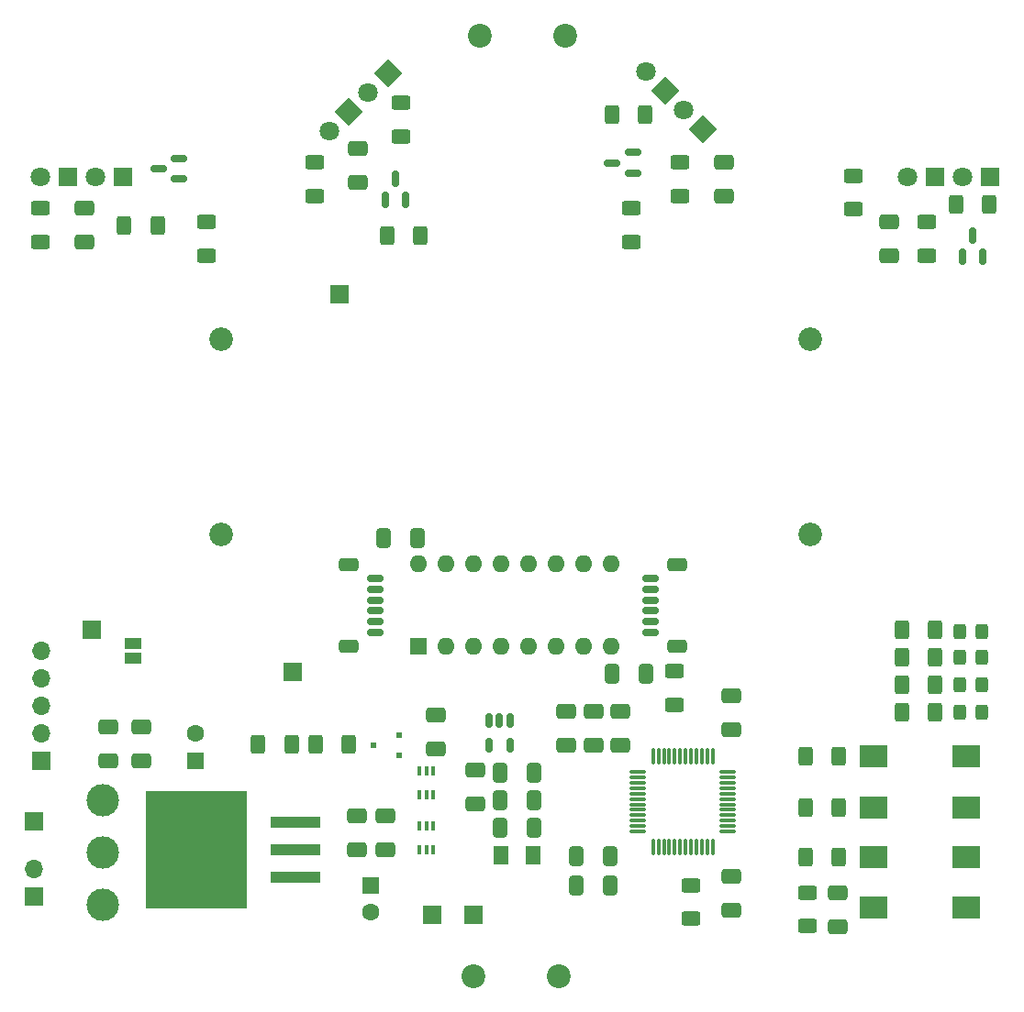
<source format=gts>
G04 #@! TF.GenerationSoftware,KiCad,Pcbnew,9.0.2-2.fc42*
G04 #@! TF.CreationDate,2025-07-20T15:46:28-07:00*
G04 #@! TF.ProjectId,rezq_rev3,72657a71-5f72-4657-9633-2e6b69636164,rev?*
G04 #@! TF.SameCoordinates,Original*
G04 #@! TF.FileFunction,Soldermask,Top*
G04 #@! TF.FilePolarity,Negative*
%FSLAX46Y46*%
G04 Gerber Fmt 4.6, Leading zero omitted, Abs format (unit mm)*
G04 Created by KiCad (PCBNEW 9.0.2-2.fc42) date 2025-07-20 15:46:28*
%MOMM*%
%LPD*%
G01*
G04 APERTURE LIST*
G04 Aperture macros list*
%AMRoundRect*
0 Rectangle with rounded corners*
0 $1 Rounding radius*
0 $2 $3 $4 $5 $6 $7 $8 $9 X,Y pos of 4 corners*
0 Add a 4 corners polygon primitive as box body*
4,1,4,$2,$3,$4,$5,$6,$7,$8,$9,$2,$3,0*
0 Add four circle primitives for the rounded corners*
1,1,$1+$1,$2,$3*
1,1,$1+$1,$4,$5*
1,1,$1+$1,$6,$7*
1,1,$1+$1,$8,$9*
0 Add four rect primitives between the rounded corners*
20,1,$1+$1,$2,$3,$4,$5,0*
20,1,$1+$1,$4,$5,$6,$7,0*
20,1,$1+$1,$6,$7,$8,$9,0*
20,1,$1+$1,$8,$9,$2,$3,0*%
%AMRotRect*
0 Rectangle, with rotation*
0 The origin of the aperture is its center*
0 $1 length*
0 $2 width*
0 $3 Rotation angle, in degrees counterclockwise*
0 Add horizontal line*
21,1,$1,$2,0,0,$3*%
G04 Aperture macros list end*
%ADD10RoundRect,0.250000X-0.650000X0.412500X-0.650000X-0.412500X0.650000X-0.412500X0.650000X0.412500X0*%
%ADD11RoundRect,0.250000X0.412500X0.650000X-0.412500X0.650000X-0.412500X-0.650000X0.412500X-0.650000X0*%
%ADD12RoundRect,0.150000X0.587500X0.150000X-0.587500X0.150000X-0.587500X-0.150000X0.587500X-0.150000X0*%
%ADD13R,1.700000X1.700000*%
%ADD14R,0.508000X0.508000*%
%ADD15RoundRect,0.250000X0.400000X0.625000X-0.400000X0.625000X-0.400000X-0.625000X0.400000X-0.625000X0*%
%ADD16RoundRect,0.150000X0.625000X-0.150000X0.625000X0.150000X-0.625000X0.150000X-0.625000X-0.150000X0*%
%ADD17RoundRect,0.250000X0.650000X-0.350000X0.650000X0.350000X-0.650000X0.350000X-0.650000X-0.350000X0*%
%ADD18C,2.200000*%
%ADD19C,2.184400*%
%ADD20R,2.500000X2.000000*%
%ADD21RoundRect,0.250000X-0.400000X-0.625000X0.400000X-0.625000X0.400000X0.625000X-0.400000X0.625000X0*%
%ADD22C,3.000000*%
%ADD23RoundRect,0.250000X0.325000X0.450000X-0.325000X0.450000X-0.325000X-0.450000X0.325000X-0.450000X0*%
%ADD24O,1.700000X1.700000*%
%ADD25RoundRect,0.250000X0.625000X-0.400000X0.625000X0.400000X-0.625000X0.400000X-0.625000X-0.400000X0*%
%ADD26R,1.500000X1.000000*%
%ADD27RoundRect,0.150000X0.150000X-0.587500X0.150000X0.587500X-0.150000X0.587500X-0.150000X-0.587500X0*%
%ADD28RotRect,1.800000X1.800000X135.000000*%
%ADD29C,1.800000*%
%ADD30RotRect,1.800000X1.800000X225.000000*%
%ADD31RoundRect,0.250000X-0.625000X0.400000X-0.625000X-0.400000X0.625000X-0.400000X0.625000X0.400000X0*%
%ADD32RoundRect,0.250000X0.650000X-0.412500X0.650000X0.412500X-0.650000X0.412500X-0.650000X-0.412500X0*%
%ADD33RoundRect,0.250000X-0.412500X-0.650000X0.412500X-0.650000X0.412500X0.650000X-0.412500X0.650000X0*%
%ADD34RoundRect,0.150000X-0.150000X0.512500X-0.150000X-0.512500X0.150000X-0.512500X0.150000X0.512500X0*%
%ADD35R,1.800000X1.800000*%
%ADD36R,1.600000X1.600000*%
%ADD37C,1.600000*%
%ADD38R,0.355600X0.850900*%
%ADD39O,1.600000X1.600000*%
%ADD40RoundRect,0.250001X-0.462499X-0.624999X0.462499X-0.624999X0.462499X0.624999X-0.462499X0.624999X0*%
%ADD41RoundRect,0.150000X-0.625000X0.150000X-0.625000X-0.150000X0.625000X-0.150000X0.625000X0.150000X0*%
%ADD42RoundRect,0.250000X-0.650000X0.350000X-0.650000X-0.350000X0.650000X-0.350000X0.650000X0.350000X0*%
%ADD43RoundRect,0.075000X-0.662500X-0.075000X0.662500X-0.075000X0.662500X0.075000X-0.662500X0.075000X0*%
%ADD44RoundRect,0.075000X-0.075000X-0.662500X0.075000X-0.662500X0.075000X0.662500X-0.075000X0.662500X0*%
%ADD45R,4.600000X1.100000*%
%ADD46C,1.524000*%
%ADD47R,9.400000X10.800000*%
G04 APERTURE END LIST*
D10*
X218750000Y-116937500D03*
X218750000Y-120062500D03*
X159750000Y-121187500D03*
X159750000Y-124312500D03*
D11*
X208312500Y-183750000D03*
X205187500Y-183750000D03*
D12*
X210375000Y-117950000D03*
X210375000Y-116050000D03*
X208500000Y-117000000D03*
D10*
X164998000Y-169131500D03*
X164998000Y-172256500D03*
D13*
X195700000Y-186420000D03*
D14*
X188793800Y-171717350D03*
X188793800Y-169817348D03*
X186406200Y-170767349D03*
D15*
X238296000Y-167767000D03*
X235196000Y-167767000D03*
D16*
X186652000Y-160371000D03*
X186652000Y-159371000D03*
X186652000Y-158371000D03*
X186652000Y-157371000D03*
X186652000Y-156371000D03*
X186652000Y-155371000D03*
D17*
X184127000Y-161671000D03*
X184127000Y-154071000D03*
D15*
X238296000Y-165227000D03*
X235196000Y-165227000D03*
D18*
X195635300Y-192100000D03*
D19*
X172387600Y-133299200D03*
X172387600Y-151299200D03*
D20*
X241135000Y-176530000D03*
X232575000Y-176530000D03*
D21*
X163450000Y-122750000D03*
X166550000Y-122750000D03*
D22*
X161438000Y-185554000D03*
X161438000Y-180728000D03*
X161438000Y-175902000D03*
D15*
X243300000Y-120847200D03*
X240200000Y-120847200D03*
D23*
X242597000Y-162687000D03*
X240547000Y-162687000D03*
D13*
X155088000Y-184750000D03*
D24*
X155088000Y-182210000D03*
D25*
X226500000Y-187504000D03*
X226500000Y-184404000D03*
D26*
X164300000Y-162730000D03*
X164300000Y-161430000D03*
D27*
X240800000Y-125625000D03*
X242700000Y-125625000D03*
X241750000Y-123750000D03*
D25*
X181000000Y-120050000D03*
X181000000Y-116950000D03*
D21*
X226288000Y-181102000D03*
X229388000Y-181102000D03*
D23*
X242587999Y-160274000D03*
X240538001Y-160274000D03*
D11*
X190538500Y-151638000D03*
X187413500Y-151638000D03*
D28*
X213360000Y-110363000D03*
D29*
X211563949Y-108566949D03*
D30*
X184183000Y-112290000D03*
D29*
X182386949Y-114086051D03*
D25*
X171000000Y-125550000D03*
X171000000Y-122450000D03*
D15*
X211550000Y-112500000D03*
X208450000Y-112500000D03*
D21*
X226288000Y-176530000D03*
X229388000Y-176530000D03*
D23*
X242588000Y-165227000D03*
X240538000Y-165227000D03*
D18*
X204120000Y-105290000D03*
D31*
X214250000Y-163950000D03*
X214250000Y-167050000D03*
D13*
X155140000Y-177850000D03*
D25*
X230750000Y-121300000D03*
X230750000Y-118200000D03*
D32*
X219500000Y-169312500D03*
X219500000Y-166187500D03*
D21*
X226288000Y-171831000D03*
X229388000Y-171831000D03*
D13*
X191860000Y-186420000D03*
D32*
X192239000Y-171114500D03*
X192239000Y-167989500D03*
D25*
X210250000Y-124300000D03*
X210250000Y-121200000D03*
D33*
X208439500Y-164171000D03*
X211564500Y-164171000D03*
D32*
X187549200Y-180410900D03*
X187549200Y-177285900D03*
D25*
X215750000Y-186800000D03*
X215750000Y-183700000D03*
D15*
X178919400Y-170694000D03*
X175819400Y-170694000D03*
D32*
X161998000Y-172256500D03*
X161998000Y-169131500D03*
D34*
X199034000Y-168527000D03*
X198084000Y-168527000D03*
X197134000Y-168527000D03*
X197134000Y-170802000D03*
X199034000Y-170802000D03*
D35*
X158233600Y-118307200D03*
D29*
X155693600Y-118307200D03*
D15*
X238296000Y-162687000D03*
X235196000Y-162687000D03*
D32*
X206750000Y-170812500D03*
X206750000Y-167687500D03*
D23*
X242597000Y-167767000D03*
X240547000Y-167767000D03*
D13*
X179000000Y-164000000D03*
D33*
X198106500Y-175882000D03*
X201231500Y-175882000D03*
D12*
X168500000Y-118500000D03*
X168500000Y-116600000D03*
X166625000Y-117550000D03*
D32*
X204250000Y-170812500D03*
X204250000Y-167687500D03*
D36*
X186203000Y-183736621D03*
D37*
X186203000Y-186236621D03*
D38*
X191983799Y-178200700D03*
X191333800Y-178200700D03*
X190683801Y-178200700D03*
X190683801Y-180474000D03*
X191333800Y-180474000D03*
X191983799Y-180474000D03*
D33*
X198106500Y-173342000D03*
X201231500Y-173342000D03*
D32*
X184933000Y-180424000D03*
X184933000Y-177299000D03*
D10*
X195869000Y-173059500D03*
X195869000Y-176184500D03*
D18*
X196246000Y-105290000D03*
D20*
X241135000Y-181102000D03*
X232575000Y-181102000D03*
D32*
X209250000Y-170812500D03*
X209250000Y-167687500D03*
D18*
X203509300Y-192100000D03*
D10*
X219500000Y-182937500D03*
X219500000Y-186062500D03*
D36*
X190627000Y-161671000D03*
D39*
X193167000Y-161671000D03*
X195707000Y-161671000D03*
X198247000Y-161671000D03*
X200787000Y-161671000D03*
X203327000Y-161671000D03*
X205867000Y-161671000D03*
X208407000Y-161671000D03*
X208407000Y-154051000D03*
X205867000Y-154051000D03*
X203327000Y-154051000D03*
X200787000Y-154051000D03*
X198247000Y-154051000D03*
X195707000Y-154051000D03*
X193167000Y-154051000D03*
X190627000Y-154051000D03*
D15*
X238287000Y-160147000D03*
X235187000Y-160147000D03*
D10*
X185000000Y-115687500D03*
X185000000Y-118812500D03*
D31*
X237500000Y-122450000D03*
X237500000Y-125550000D03*
D36*
X169998000Y-172194000D03*
D37*
X169998000Y-169694000D03*
D31*
X189000000Y-111450000D03*
X189000000Y-114550000D03*
D20*
X241135000Y-171831000D03*
X232575000Y-171831000D03*
D35*
X243323600Y-118307200D03*
D29*
X240783600Y-118307200D03*
D30*
X187775102Y-108697897D03*
D29*
X185979051Y-110493948D03*
D27*
X187550000Y-120374999D03*
X189450000Y-120374999D03*
X188500000Y-118500000D03*
D40*
X198220000Y-180962000D03*
X201195000Y-180962000D03*
D15*
X190800000Y-123750000D03*
X187700000Y-123750000D03*
D41*
X211977000Y-155371000D03*
X211977000Y-156371000D03*
X211977000Y-157371000D03*
X211977000Y-158371000D03*
X211977000Y-159371000D03*
X211977000Y-160371000D03*
D42*
X214502000Y-154071000D03*
X214502000Y-161671000D03*
D33*
X198106500Y-178422000D03*
X201231500Y-178422000D03*
D13*
X155803600Y-172186600D03*
D24*
X155803600Y-169646600D03*
X155803600Y-167106600D03*
X155803600Y-164566600D03*
X155803600Y-162026600D03*
D43*
X210837500Y-173250000D03*
X210837500Y-173750000D03*
X210837500Y-174250000D03*
X210837500Y-174750000D03*
X210837500Y-175250000D03*
X210837500Y-175750000D03*
X210837500Y-176250000D03*
X210837500Y-176750000D03*
X210837500Y-177250000D03*
X210837500Y-177750000D03*
X210837500Y-178250000D03*
X210837500Y-178750000D03*
D44*
X212250000Y-180162500D03*
X212750000Y-180162500D03*
X213250000Y-180162500D03*
X213750000Y-180162500D03*
X214250000Y-180162500D03*
X214750000Y-180162500D03*
X215250000Y-180162500D03*
X215750000Y-180162500D03*
X216250000Y-180162500D03*
X216750000Y-180162500D03*
X217250000Y-180162500D03*
X217750000Y-180162500D03*
D43*
X219162500Y-178750000D03*
X219162500Y-178250000D03*
X219162500Y-177750000D03*
X219162500Y-177250000D03*
X219162500Y-176750000D03*
X219162500Y-176250000D03*
X219162500Y-175750000D03*
X219162500Y-175250000D03*
X219162500Y-174750000D03*
X219162500Y-174250000D03*
X219162500Y-173750000D03*
X219162500Y-173250000D03*
D44*
X217750000Y-171837500D03*
X217250000Y-171837500D03*
X216750000Y-171837500D03*
X216250000Y-171837500D03*
X215750000Y-171837500D03*
X215250000Y-171837500D03*
X214750000Y-171837500D03*
X214250000Y-171837500D03*
X213750000Y-171837500D03*
X213250000Y-171837500D03*
X212750000Y-171837500D03*
X212250000Y-171837500D03*
D19*
X226725100Y-151299200D03*
X226725100Y-133299200D03*
D13*
X183300000Y-129130000D03*
D38*
X190683801Y-175394000D03*
X191333800Y-175394000D03*
X191983799Y-175394000D03*
X191983799Y-173120700D03*
X191333800Y-173120700D03*
X190683801Y-173120700D03*
D20*
X241135000Y-185801000D03*
X232575000Y-185801000D03*
D35*
X238243600Y-118307200D03*
D29*
X235703600Y-118307200D03*
D15*
X184176600Y-170694000D03*
X181076600Y-170694000D03*
D10*
X229250000Y-184391500D03*
X229250000Y-187516500D03*
D25*
X214750000Y-120050000D03*
X214750000Y-116950000D03*
X155750000Y-124300000D03*
X155750000Y-121200000D03*
D28*
X216875888Y-113878889D03*
D29*
X215079837Y-112082838D03*
D11*
X208312500Y-181000000D03*
X205187500Y-181000000D03*
D10*
X234000000Y-122437500D03*
X234000000Y-125562500D03*
D45*
X179218000Y-183014000D03*
X179218000Y-180474000D03*
D46*
X173189000Y-185046000D03*
X173189000Y-183014000D03*
X173189000Y-180982000D03*
X173189000Y-178950000D03*
X173189000Y-176918000D03*
X171157000Y-185046000D03*
X171157000Y-183014000D03*
X171157000Y-180982000D03*
X171157000Y-178950000D03*
X171157000Y-176918000D03*
D47*
X170068000Y-180474000D03*
D46*
X169125000Y-185046000D03*
X169125000Y-183014000D03*
X169125000Y-180982000D03*
X169125000Y-178950000D03*
X169125000Y-176918000D03*
X167093000Y-185046000D03*
X167093000Y-183014000D03*
X167093000Y-180982000D03*
X167093000Y-178950000D03*
X167093000Y-176918000D03*
D45*
X179218000Y-177934000D03*
D35*
X163313600Y-118307200D03*
D29*
X160773600Y-118307200D03*
D13*
X160430000Y-160120000D03*
M02*

</source>
